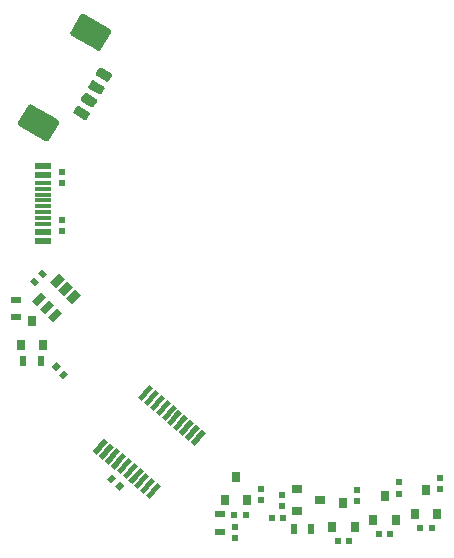
<source format=gbp>
G04 #@! TF.GenerationSoftware,KiCad,Pcbnew,5.1.5+dfsg1-2build2*
G04 #@! TF.CreationDate,2020-10-18T16:37:04+02:00*
G04 #@! TF.ProjectId,lensmount-v1.1,6c656e73-6d6f-4756-9e74-2d76312e312e,rev?*
G04 #@! TF.SameCoordinates,Original*
G04 #@! TF.FileFunction,Paste,Bot*
G04 #@! TF.FilePolarity,Positive*
%FSLAX46Y46*%
G04 Gerber Fmt 4.6, Leading zero omitted, Abs format (unit mm)*
G04 Created by KiCad (PCBNEW 5.1.5+dfsg1-2build2) date 2020-10-18 16:37:04*
%MOMM*%
%LPD*%
G04 APERTURE LIST*
%ADD10C,0.100000*%
%ADD11R,0.500000X0.600000*%
%ADD12R,0.600000X0.500000*%
%ADD13R,0.900000X0.800000*%
%ADD14R,0.800000X0.900000*%
%ADD15R,0.600000X0.900000*%
%ADD16R,0.900000X0.600000*%
%ADD17R,1.450000X0.600000*%
%ADD18R,1.450000X0.300000*%
G04 APERTURE END LIST*
D10*
G36*
X80756758Y-119479668D02*
G01*
X81101478Y-119768922D01*
X80169436Y-120879686D01*
X79824716Y-120590432D01*
X80756758Y-119479668D01*
G37*
G36*
X81254686Y-119897480D02*
G01*
X81599406Y-120186734D01*
X80667364Y-121297498D01*
X80322644Y-121008244D01*
X81254686Y-119897480D01*
G37*
G36*
X81752615Y-120315292D02*
G01*
X82097335Y-120604546D01*
X81165293Y-121715310D01*
X80820573Y-121426056D01*
X81752615Y-120315292D01*
G37*
G36*
X82250544Y-120733104D02*
G01*
X82595264Y-121022358D01*
X81663222Y-122133122D01*
X81318502Y-121843868D01*
X82250544Y-120733104D01*
G37*
G36*
X82748473Y-121150916D02*
G01*
X83093193Y-121440170D01*
X82161151Y-122550934D01*
X81816431Y-122261680D01*
X82748473Y-121150916D01*
G37*
G36*
X83246402Y-121568728D02*
G01*
X83591122Y-121857982D01*
X82659080Y-122968746D01*
X82314360Y-122679492D01*
X83246402Y-121568728D01*
G37*
G36*
X83744331Y-121986540D02*
G01*
X84089051Y-122275794D01*
X83157009Y-123386558D01*
X82812289Y-123097304D01*
X83744331Y-121986540D01*
G37*
G36*
X84242260Y-122404352D02*
G01*
X84586980Y-122693606D01*
X83654938Y-123804370D01*
X83310218Y-123515116D01*
X84242260Y-122404352D01*
G37*
G36*
X84740189Y-122822164D02*
G01*
X85084909Y-123111418D01*
X84152867Y-124222182D01*
X83808147Y-123932928D01*
X84740189Y-122822164D01*
G37*
G36*
X85238118Y-123239976D02*
G01*
X85582838Y-123529230D01*
X84650796Y-124639994D01*
X84306076Y-124350740D01*
X85238118Y-123239976D01*
G37*
G36*
X89030564Y-118720314D02*
G01*
X89375284Y-119009568D01*
X88443242Y-120120332D01*
X88098522Y-119831078D01*
X89030564Y-118720314D01*
G37*
G36*
X88532636Y-118302502D02*
G01*
X88877356Y-118591756D01*
X87945314Y-119702520D01*
X87600594Y-119413266D01*
X88532636Y-118302502D01*
G37*
G36*
X88034707Y-117884690D02*
G01*
X88379427Y-118173944D01*
X87447385Y-119284708D01*
X87102665Y-118995454D01*
X88034707Y-117884690D01*
G37*
G36*
X87536778Y-117466878D02*
G01*
X87881498Y-117756132D01*
X86949456Y-118866896D01*
X86604736Y-118577642D01*
X87536778Y-117466878D01*
G37*
G36*
X87038849Y-117049066D02*
G01*
X87383569Y-117338320D01*
X86451527Y-118449084D01*
X86106807Y-118159830D01*
X87038849Y-117049066D01*
G37*
G36*
X86540920Y-116631254D02*
G01*
X86885640Y-116920508D01*
X85953598Y-118031272D01*
X85608878Y-117742018D01*
X86540920Y-116631254D01*
G37*
G36*
X86042991Y-116213442D02*
G01*
X86387711Y-116502696D01*
X85455669Y-117613460D01*
X85110949Y-117324206D01*
X86042991Y-116213442D01*
G37*
G36*
X85545062Y-115795630D02*
G01*
X85889782Y-116084884D01*
X84957740Y-117195648D01*
X84613020Y-116906394D01*
X85545062Y-115795630D01*
G37*
G36*
X85047133Y-115377818D02*
G01*
X85391853Y-115667072D01*
X84459811Y-116777836D01*
X84115091Y-116488582D01*
X85047133Y-115377818D01*
G37*
G36*
X84549204Y-114960006D02*
G01*
X84893924Y-115249260D01*
X83961882Y-116360024D01*
X83617162Y-116070770D01*
X84549204Y-114960006D01*
G37*
G36*
X78963562Y-83552157D02*
G01*
X78987699Y-83556549D01*
X79011290Y-83563285D01*
X79034107Y-83572302D01*
X79055930Y-83583512D01*
X81220994Y-84833512D01*
X81241613Y-84846806D01*
X81260830Y-84862058D01*
X81278460Y-84879120D01*
X81294332Y-84897828D01*
X81308295Y-84918001D01*
X81320212Y-84939446D01*
X81329970Y-84961955D01*
X81337475Y-84985313D01*
X81342655Y-85009294D01*
X81345459Y-85033667D01*
X81345860Y-85058198D01*
X81343855Y-85082650D01*
X81339463Y-85106787D01*
X81332727Y-85130378D01*
X81323710Y-85153195D01*
X81312500Y-85175018D01*
X80512500Y-86560658D01*
X80499206Y-86581277D01*
X80483954Y-86600494D01*
X80466892Y-86618124D01*
X80448184Y-86633996D01*
X80428011Y-86647959D01*
X80406566Y-86659876D01*
X80384056Y-86669634D01*
X80360699Y-86677139D01*
X80336718Y-86682319D01*
X80312345Y-86685123D01*
X80287814Y-86685524D01*
X80263362Y-86683519D01*
X80239225Y-86679127D01*
X80215634Y-86672391D01*
X80192817Y-86663374D01*
X80170994Y-86652164D01*
X78005930Y-85402164D01*
X77985311Y-85388870D01*
X77966094Y-85373618D01*
X77948464Y-85356556D01*
X77932592Y-85337848D01*
X77918629Y-85317675D01*
X77906712Y-85296230D01*
X77896954Y-85273721D01*
X77889449Y-85250363D01*
X77884269Y-85226382D01*
X77881465Y-85202009D01*
X77881064Y-85177478D01*
X77883069Y-85153026D01*
X77887461Y-85128889D01*
X77894197Y-85105298D01*
X77903214Y-85082481D01*
X77914424Y-85060658D01*
X78714424Y-83675018D01*
X78727718Y-83654399D01*
X78742970Y-83635182D01*
X78760032Y-83617552D01*
X78778740Y-83601680D01*
X78798913Y-83587717D01*
X78820358Y-83575800D01*
X78842868Y-83566042D01*
X78866225Y-83558537D01*
X78890206Y-83553357D01*
X78914579Y-83550553D01*
X78939110Y-83550152D01*
X78963562Y-83552157D01*
G37*
G36*
X74538562Y-91216481D02*
G01*
X74562699Y-91220873D01*
X74586290Y-91227609D01*
X74609107Y-91236626D01*
X74630930Y-91247836D01*
X76795994Y-92497836D01*
X76816613Y-92511130D01*
X76835830Y-92526382D01*
X76853460Y-92543444D01*
X76869332Y-92562152D01*
X76883295Y-92582325D01*
X76895212Y-92603770D01*
X76904970Y-92626279D01*
X76912475Y-92649637D01*
X76917655Y-92673618D01*
X76920459Y-92697991D01*
X76920860Y-92722522D01*
X76918855Y-92746974D01*
X76914463Y-92771111D01*
X76907727Y-92794702D01*
X76898710Y-92817519D01*
X76887500Y-92839342D01*
X76087500Y-94224982D01*
X76074206Y-94245601D01*
X76058954Y-94264818D01*
X76041892Y-94282448D01*
X76023184Y-94298320D01*
X76003011Y-94312283D01*
X75981566Y-94324200D01*
X75959056Y-94333958D01*
X75935699Y-94341463D01*
X75911718Y-94346643D01*
X75887345Y-94349447D01*
X75862814Y-94349848D01*
X75838362Y-94347843D01*
X75814225Y-94343451D01*
X75790634Y-94336715D01*
X75767817Y-94327698D01*
X75745994Y-94316488D01*
X73580930Y-93066488D01*
X73560311Y-93053194D01*
X73541094Y-93037942D01*
X73523464Y-93020880D01*
X73507592Y-93002172D01*
X73493629Y-92981999D01*
X73481712Y-92960554D01*
X73471954Y-92938045D01*
X73464449Y-92914687D01*
X73459269Y-92890706D01*
X73456465Y-92866333D01*
X73456064Y-92841802D01*
X73458069Y-92817350D01*
X73462461Y-92793213D01*
X73469197Y-92769622D01*
X73478214Y-92746805D01*
X73489424Y-92724982D01*
X74289424Y-91339342D01*
X74302718Y-91318723D01*
X74317970Y-91299506D01*
X74335032Y-91281876D01*
X74353740Y-91266004D01*
X74373913Y-91252041D01*
X74395358Y-91240124D01*
X74417868Y-91230366D01*
X74441225Y-91222861D01*
X74465206Y-91217681D01*
X74489579Y-91214877D01*
X74514110Y-91214476D01*
X74538562Y-91216481D01*
G37*
G36*
X80456426Y-88104708D02*
G01*
X80475736Y-88108222D01*
X80494609Y-88113611D01*
X80512862Y-88120824D01*
X80530321Y-88129792D01*
X81309743Y-88579792D01*
X81326239Y-88590428D01*
X81341612Y-88602629D01*
X81355716Y-88616279D01*
X81368414Y-88631245D01*
X81379583Y-88647384D01*
X81389118Y-88664539D01*
X81396924Y-88682547D01*
X81402928Y-88701233D01*
X81407072Y-88720418D01*
X81409315Y-88739916D01*
X81409636Y-88759541D01*
X81408032Y-88779102D01*
X81404518Y-88798412D01*
X81399129Y-88817285D01*
X81391916Y-88835538D01*
X81382948Y-88852997D01*
X81182948Y-89199407D01*
X81172312Y-89215903D01*
X81160111Y-89231276D01*
X81146461Y-89245380D01*
X81131495Y-89258078D01*
X81115357Y-89269247D01*
X81098201Y-89278782D01*
X81080193Y-89286588D01*
X81061507Y-89292592D01*
X81042322Y-89296736D01*
X81022824Y-89298979D01*
X81003199Y-89299300D01*
X80983638Y-89297696D01*
X80964328Y-89294182D01*
X80945455Y-89288793D01*
X80927202Y-89281580D01*
X80909743Y-89272612D01*
X80130321Y-88822612D01*
X80113825Y-88811976D01*
X80098452Y-88799775D01*
X80084348Y-88786125D01*
X80071650Y-88771159D01*
X80060481Y-88755020D01*
X80050946Y-88737865D01*
X80043140Y-88719857D01*
X80037136Y-88701171D01*
X80032992Y-88681986D01*
X80030749Y-88662488D01*
X80030428Y-88642863D01*
X80032032Y-88623302D01*
X80035546Y-88603992D01*
X80040935Y-88585119D01*
X80048148Y-88566866D01*
X80057116Y-88549407D01*
X80257116Y-88202997D01*
X80267752Y-88186501D01*
X80279953Y-88171128D01*
X80293603Y-88157024D01*
X80308569Y-88144326D01*
X80324707Y-88133157D01*
X80341863Y-88123622D01*
X80359871Y-88115816D01*
X80378557Y-88109812D01*
X80397742Y-88105668D01*
X80417240Y-88103425D01*
X80436865Y-88103104D01*
X80456426Y-88104708D01*
G37*
G36*
X79831426Y-89187240D02*
G01*
X79850736Y-89190754D01*
X79869609Y-89196143D01*
X79887862Y-89203356D01*
X79905321Y-89212324D01*
X80684743Y-89662324D01*
X80701239Y-89672960D01*
X80716612Y-89685161D01*
X80730716Y-89698811D01*
X80743414Y-89713777D01*
X80754583Y-89729916D01*
X80764118Y-89747071D01*
X80771924Y-89765079D01*
X80777928Y-89783765D01*
X80782072Y-89802950D01*
X80784315Y-89822448D01*
X80784636Y-89842073D01*
X80783032Y-89861634D01*
X80779518Y-89880944D01*
X80774129Y-89899817D01*
X80766916Y-89918070D01*
X80757948Y-89935529D01*
X80557948Y-90281939D01*
X80547312Y-90298435D01*
X80535111Y-90313808D01*
X80521461Y-90327912D01*
X80506495Y-90340610D01*
X80490357Y-90351779D01*
X80473201Y-90361314D01*
X80455193Y-90369120D01*
X80436507Y-90375124D01*
X80417322Y-90379268D01*
X80397824Y-90381511D01*
X80378199Y-90381832D01*
X80358638Y-90380228D01*
X80339328Y-90376714D01*
X80320455Y-90371325D01*
X80302202Y-90364112D01*
X80284743Y-90355144D01*
X79505321Y-89905144D01*
X79488825Y-89894508D01*
X79473452Y-89882307D01*
X79459348Y-89868657D01*
X79446650Y-89853691D01*
X79435481Y-89837552D01*
X79425946Y-89820397D01*
X79418140Y-89802389D01*
X79412136Y-89783703D01*
X79407992Y-89764518D01*
X79405749Y-89745020D01*
X79405428Y-89725395D01*
X79407032Y-89705834D01*
X79410546Y-89686524D01*
X79415935Y-89667651D01*
X79423148Y-89649398D01*
X79432116Y-89631939D01*
X79632116Y-89285529D01*
X79642752Y-89269033D01*
X79654953Y-89253660D01*
X79668603Y-89239556D01*
X79683569Y-89226858D01*
X79699707Y-89215689D01*
X79716863Y-89206154D01*
X79734871Y-89198348D01*
X79753557Y-89192344D01*
X79772742Y-89188200D01*
X79792240Y-89185957D01*
X79811865Y-89185636D01*
X79831426Y-89187240D01*
G37*
G36*
X79206426Y-90269772D02*
G01*
X79225736Y-90273286D01*
X79244609Y-90278675D01*
X79262862Y-90285888D01*
X79280321Y-90294856D01*
X80059743Y-90744856D01*
X80076239Y-90755492D01*
X80091612Y-90767693D01*
X80105716Y-90781343D01*
X80118414Y-90796309D01*
X80129583Y-90812448D01*
X80139118Y-90829603D01*
X80146924Y-90847611D01*
X80152928Y-90866297D01*
X80157072Y-90885482D01*
X80159315Y-90904980D01*
X80159636Y-90924605D01*
X80158032Y-90944166D01*
X80154518Y-90963476D01*
X80149129Y-90982349D01*
X80141916Y-91000602D01*
X80132948Y-91018061D01*
X79932948Y-91364471D01*
X79922312Y-91380967D01*
X79910111Y-91396340D01*
X79896461Y-91410444D01*
X79881495Y-91423142D01*
X79865357Y-91434311D01*
X79848201Y-91443846D01*
X79830193Y-91451652D01*
X79811507Y-91457656D01*
X79792322Y-91461800D01*
X79772824Y-91464043D01*
X79753199Y-91464364D01*
X79733638Y-91462760D01*
X79714328Y-91459246D01*
X79695455Y-91453857D01*
X79677202Y-91446644D01*
X79659743Y-91437676D01*
X78880321Y-90987676D01*
X78863825Y-90977040D01*
X78848452Y-90964839D01*
X78834348Y-90951189D01*
X78821650Y-90936223D01*
X78810481Y-90920084D01*
X78800946Y-90902929D01*
X78793140Y-90884921D01*
X78787136Y-90866235D01*
X78782992Y-90847050D01*
X78780749Y-90827552D01*
X78780428Y-90807927D01*
X78782032Y-90788366D01*
X78785546Y-90769056D01*
X78790935Y-90750183D01*
X78798148Y-90731930D01*
X78807116Y-90714471D01*
X79007116Y-90368061D01*
X79017752Y-90351565D01*
X79029953Y-90336192D01*
X79043603Y-90322088D01*
X79058569Y-90309390D01*
X79074707Y-90298221D01*
X79091863Y-90288686D01*
X79109871Y-90280880D01*
X79128557Y-90274876D01*
X79147742Y-90270732D01*
X79167240Y-90268489D01*
X79186865Y-90268168D01*
X79206426Y-90269772D01*
G37*
G36*
X78581426Y-91352304D02*
G01*
X78600736Y-91355818D01*
X78619609Y-91361207D01*
X78637862Y-91368420D01*
X78655321Y-91377388D01*
X79434743Y-91827388D01*
X79451239Y-91838024D01*
X79466612Y-91850225D01*
X79480716Y-91863875D01*
X79493414Y-91878841D01*
X79504583Y-91894980D01*
X79514118Y-91912135D01*
X79521924Y-91930143D01*
X79527928Y-91948829D01*
X79532072Y-91968014D01*
X79534315Y-91987512D01*
X79534636Y-92007137D01*
X79533032Y-92026698D01*
X79529518Y-92046008D01*
X79524129Y-92064881D01*
X79516916Y-92083134D01*
X79507948Y-92100593D01*
X79307948Y-92447003D01*
X79297312Y-92463499D01*
X79285111Y-92478872D01*
X79271461Y-92492976D01*
X79256495Y-92505674D01*
X79240357Y-92516843D01*
X79223201Y-92526378D01*
X79205193Y-92534184D01*
X79186507Y-92540188D01*
X79167322Y-92544332D01*
X79147824Y-92546575D01*
X79128199Y-92546896D01*
X79108638Y-92545292D01*
X79089328Y-92541778D01*
X79070455Y-92536389D01*
X79052202Y-92529176D01*
X79034743Y-92520208D01*
X78255321Y-92070208D01*
X78238825Y-92059572D01*
X78223452Y-92047371D01*
X78209348Y-92033721D01*
X78196650Y-92018755D01*
X78185481Y-92002616D01*
X78175946Y-91985461D01*
X78168140Y-91967453D01*
X78162136Y-91948767D01*
X78157992Y-91929582D01*
X78155749Y-91910084D01*
X78155428Y-91890459D01*
X78157032Y-91870898D01*
X78160546Y-91851588D01*
X78165935Y-91832715D01*
X78173148Y-91814462D01*
X78182116Y-91797003D01*
X78382116Y-91450593D01*
X78392752Y-91434097D01*
X78404953Y-91418724D01*
X78418603Y-91404620D01*
X78433569Y-91391922D01*
X78449707Y-91380753D01*
X78466863Y-91371218D01*
X78484871Y-91363412D01*
X78503557Y-91357408D01*
X78522742Y-91353264D01*
X78542240Y-91351021D01*
X78561865Y-91350700D01*
X78581426Y-91352304D01*
G37*
D11*
X94930000Y-126200000D03*
X95870000Y-126200000D03*
D12*
X95850000Y-125220000D03*
X95850000Y-124280000D03*
X94050000Y-123780000D03*
X94050000Y-124720000D03*
D11*
X92720000Y-125950000D03*
X91780000Y-125950000D03*
D13*
X99050000Y-124700000D03*
X97050000Y-123750000D03*
X97050000Y-125650000D03*
D14*
X91900000Y-122750000D03*
X90950000Y-124750000D03*
X92850000Y-124750000D03*
D10*
G36*
X76067140Y-107773241D02*
G01*
X76526759Y-108232860D01*
X75777226Y-108982393D01*
X75317607Y-108522774D01*
X76067140Y-107773241D01*
G37*
G36*
X75395388Y-107101490D02*
G01*
X75855007Y-107561109D01*
X75105474Y-108310642D01*
X74645855Y-107851023D01*
X75395388Y-107101490D01*
G37*
G36*
X76738891Y-108444993D02*
G01*
X77198510Y-108904612D01*
X76448977Y-109654145D01*
X75989358Y-109194526D01*
X76738891Y-108444993D01*
G37*
G36*
X78294526Y-106889358D02*
G01*
X78754145Y-107348977D01*
X78004612Y-108098510D01*
X77544993Y-107638891D01*
X78294526Y-106889358D01*
G37*
G36*
X77622774Y-106217607D02*
G01*
X78082393Y-106677226D01*
X77332860Y-107426759D01*
X76873241Y-106967140D01*
X77622774Y-106217607D01*
G37*
G36*
X76951023Y-105545855D02*
G01*
X77410642Y-106005474D01*
X76661109Y-106755007D01*
X76201490Y-106295388D01*
X76951023Y-105545855D01*
G37*
D14*
X74646447Y-109570711D03*
X73696447Y-111570711D03*
X75596447Y-111570711D03*
D12*
X91800000Y-127920000D03*
X91800000Y-126980000D03*
X109200000Y-122830000D03*
X109200000Y-123770000D03*
X102200000Y-123830000D03*
X102200000Y-124770000D03*
X105700000Y-123230000D03*
X105700000Y-124170000D03*
D11*
X107530000Y-127100000D03*
X108470000Y-127100000D03*
X100530000Y-128200000D03*
X101470000Y-128200000D03*
X104030000Y-127600000D03*
X104970000Y-127600000D03*
D12*
X77200000Y-97870000D03*
X77200000Y-96930000D03*
X77200000Y-101030000D03*
X77200000Y-101970000D03*
D14*
X108000000Y-123900000D03*
X107050000Y-125900000D03*
X108950000Y-125900000D03*
X101000000Y-125000000D03*
X100050000Y-127000000D03*
X101950000Y-127000000D03*
X104500000Y-124400000D03*
X103550000Y-126400000D03*
X105450000Y-126400000D03*
D15*
X96800000Y-127150000D03*
X98300000Y-127150000D03*
D16*
X90600000Y-127400000D03*
X90600000Y-125900000D03*
D10*
G36*
X75567695Y-105956569D02*
G01*
X75143431Y-105532305D01*
X75496985Y-105178751D01*
X75921249Y-105603015D01*
X75567695Y-105956569D01*
G37*
G36*
X74903015Y-106621249D02*
G01*
X74478751Y-106196985D01*
X74832305Y-105843431D01*
X75256569Y-106267695D01*
X74903015Y-106621249D01*
G37*
D15*
X75396447Y-112974874D03*
X73896447Y-112974874D03*
D16*
X73300000Y-109250000D03*
X73300000Y-107750000D03*
D10*
G36*
X77056569Y-113382305D02*
G01*
X76632305Y-113806569D01*
X76278751Y-113453015D01*
X76703015Y-113028751D01*
X77056569Y-113382305D01*
G37*
G36*
X77721249Y-114046985D02*
G01*
X77296985Y-114471249D01*
X76943431Y-114117695D01*
X77367695Y-113693431D01*
X77721249Y-114046985D01*
G37*
G36*
X81643431Y-123567695D02*
G01*
X82067695Y-123143431D01*
X82421249Y-123496985D01*
X81996985Y-123921249D01*
X81643431Y-123567695D01*
G37*
G36*
X80978751Y-122903015D02*
G01*
X81403015Y-122478751D01*
X81756569Y-122832305D01*
X81332305Y-123256569D01*
X80978751Y-122903015D01*
G37*
D17*
X75600000Y-102000000D03*
X75600000Y-97200000D03*
X75600000Y-96400000D03*
X75600000Y-102800000D03*
X75600000Y-96400000D03*
X75600000Y-97200000D03*
D18*
X75600000Y-97850000D03*
X75600000Y-98350000D03*
X75600000Y-98850000D03*
X75600000Y-99350000D03*
X75600000Y-99850000D03*
X75600000Y-100350000D03*
X75600000Y-100850000D03*
X75600000Y-101350000D03*
D17*
X75600000Y-102000000D03*
X75600000Y-102800000D03*
M02*

</source>
